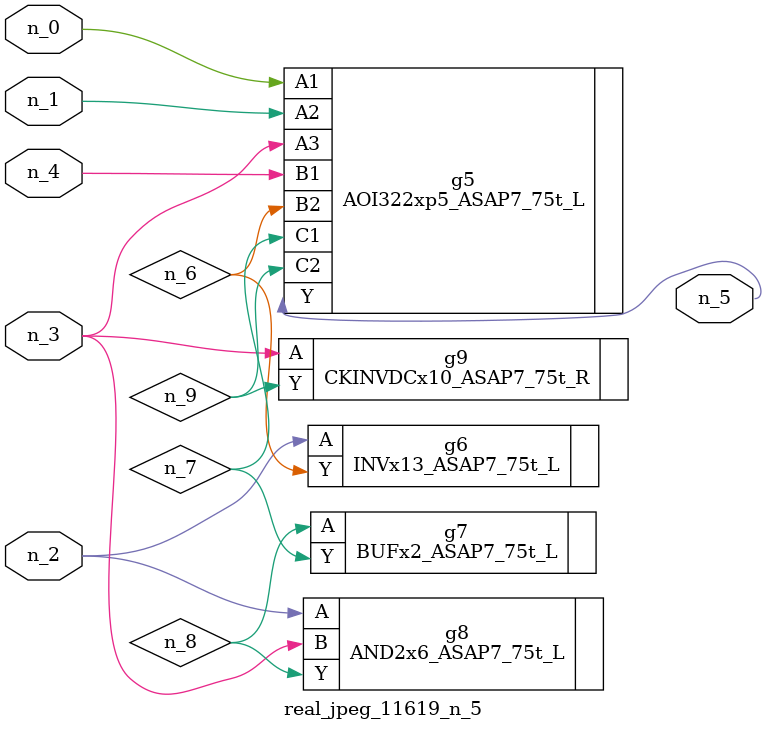
<source format=v>
module real_jpeg_11619_n_5 (n_4, n_0, n_1, n_2, n_3, n_5);

input n_4;
input n_0;
input n_1;
input n_2;
input n_3;

output n_5;

wire n_8;
wire n_6;
wire n_7;
wire n_9;

AOI322xp5_ASAP7_75t_L g5 ( 
.A1(n_0),
.A2(n_1),
.A3(n_3),
.B1(n_4),
.B2(n_6),
.C1(n_7),
.C2(n_9),
.Y(n_5)
);

INVx13_ASAP7_75t_L g6 ( 
.A(n_2),
.Y(n_6)
);

AND2x6_ASAP7_75t_L g8 ( 
.A(n_2),
.B(n_3),
.Y(n_8)
);

CKINVDCx10_ASAP7_75t_R g9 ( 
.A(n_3),
.Y(n_9)
);

BUFx2_ASAP7_75t_L g7 ( 
.A(n_8),
.Y(n_7)
);


endmodule
</source>
